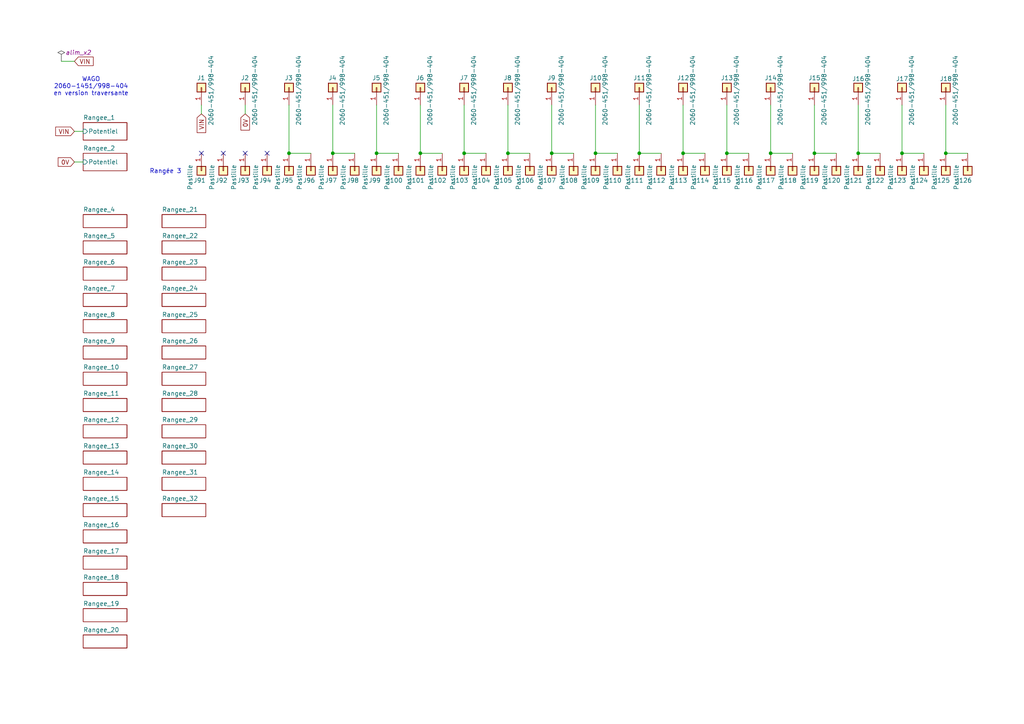
<source format=kicad_sch>
(kicad_sch (version 20250114) (generator "eeschema") (generator_version "9.0")
  (paper "A4")
  (title_block (title "Basine") (date "2024-12-14") (rev "0"))
  (lib_symbols
    (symbol "Connector_Generic:Conn_01x01" (pin_names (offset 1.016) (hide yes))
      (property "Reference" "J" (at 0 2.54 0))
      (property "Value" "Conn_01x01" (at 0 -2.54 0))
      (symbol "Conn_01x01_1_1"
        (rectangle (start -1.27 1.27) (end 1.27 -1.27) (stroke (width 0.254)) (fill (type background)))
        (rectangle (start -1.27 0.127) (end 0 -0.127) (stroke (width 0.1524)))
        (pin passive line (at -5.08 0 0) (length 3.81) (name "Pin_1") (number "1"))
      )
    )
  )
  (text "WAGO\n2060-1451/998-404\nen version traversante" (at 26.416 25.146 0) (effects (font (size 1.27 1.27))))
  (text "Rangée 3" (at 48.006 49.784 0) (effects (font (size 1.27 1.27))))
  (junction (at 236.22 44.45))
  (junction (at 198.12 44.45))
  (junction (at 210.82 44.45))
  (junction (at 223.52 44.45))
  (junction (at 160.02 44.45))
  (junction (at 96.52 44.45))
  (junction (at 134.62 44.45))
  (junction (at 121.92 44.45))
  (junction (at 147.32 44.45))
  (junction (at 248.92 44.45))
  (junction (at 83.82 44.45))
  (junction (at 172.72 44.45))
  (junction (at 261.62 44.45))
  (junction (at 185.42 44.45))
  (junction (at 274.32 44.45))
  (junction (at 109.22 44.45))
  (no_connect (at 71.12 44.45))
  (no_connect (at 77.47 44.45))
  (no_connect (at 64.77 44.45))
  (no_connect (at 58.42 44.45))
  (wire (pts (xy 223.52 30.48) (xy 223.52 44.45)))
  (wire (pts (xy 109.22 44.45) (xy 115.57 44.45)))
  (wire (pts (xy 134.62 44.45) (xy 140.97 44.45)))
  (wire (pts (xy 96.52 44.45) (xy 102.87 44.45)))
  (wire (pts (xy 198.12 44.45) (xy 204.47 44.45)))
  (wire (pts (xy 21.59 38.1) (xy 24.13 38.1)))
  (wire (pts (xy 223.52 44.45) (xy 229.87 44.45)))
  (wire (pts (xy 210.82 44.45) (xy 217.17 44.45)))
  (wire (pts (xy 261.62 44.45) (xy 267.97 44.45)))
  (wire (pts (xy 83.82 30.48) (xy 83.82 44.45)))
  (wire (pts (xy 109.22 30.48) (xy 109.22 44.45)))
  (wire (pts (xy 274.32 30.48) (xy 274.32 44.45)))
  (wire (pts (xy 236.22 30.48) (xy 236.22 44.45)))
  (wire (pts (xy 17.78 17.78) (xy 21.59 17.78)))
  (wire (pts (xy 83.82 44.45) (xy 90.17 44.45)))
  (wire (pts (xy 160.02 44.45) (xy 166.37 44.45)))
  (wire (pts (xy 160.02 30.48) (xy 160.02 44.45)))
  (wire (pts (xy 121.92 30.48) (xy 121.92 44.45)))
  (wire (pts (xy 71.12 30.48) (xy 71.12 33.02)))
  (wire (pts (xy 121.92 44.45) (xy 128.27 44.45)))
  (wire (pts (xy 147.32 44.45) (xy 153.67 44.45)))
  (wire (pts (xy 172.72 30.48) (xy 172.72 44.45)))
  (wire (pts (xy 96.52 30.48) (xy 96.52 44.45)))
  (wire (pts (xy 185.42 30.48) (xy 185.42 44.45)))
  (wire (pts (xy 236.22 44.45) (xy 242.57 44.45)))
  (wire (pts (xy 134.62 30.48) (xy 134.62 44.45)))
  (wire (pts (xy 248.92 44.45) (xy 255.27 44.45)))
  (wire (pts (xy 21.59 46.99) (xy 24.13 46.99)))
  (wire (pts (xy 248.92 30.48) (xy 248.92 44.45)))
  (wire (pts (xy 172.72 44.45) (xy 179.07 44.45)))
  (wire (pts (xy 58.42 30.48) (xy 58.42 33.02)))
  (wire (pts (xy 185.42 44.45) (xy 191.77 44.45)))
  (wire (pts (xy 147.32 30.48) (xy 147.32 44.45)))
  (wire (pts (xy 274.32 44.45) (xy 280.67 44.45)))
  (wire (pts (xy 261.62 30.48) (xy 261.62 44.45)))
  (wire (pts (xy 210.82 30.48) (xy 210.82 44.45)))
  (wire (pts (xy 198.12 30.48) (xy 198.12 44.45)))
  (global_label "VIN" (shape input) (at 21.59 17.78 0) (property "Intersheetrefs" "${INTERSHEET_REFS}" (effects (hide yes))))
  (global_label "VIN" (shape input) (at 58.42 33.02 270) (property "Intersheetrefs" "${INTERSHEET_REFS}" (effects (hide yes))))
  (global_label "0V" (shape input) (at 71.12 33.02 270) (property "Intersheetrefs" "${INTERSHEET_REFS}" (effects (hide yes))))
  (global_label "0V" (shape input) (at 21.59 46.99 180) (property "Intersheetrefs" "${INTERSHEET_REFS}" (effects (hide yes))))
  (global_label "VIN" (shape input) (at 21.59 38.1 180) (property "Intersheetrefs" "${INTERSHEET_REFS}" (effects (hide yes))))
  (netclass_flag "" (length 2.54) (shape diamond) (at 17.78 17.78 0) (property "Netclass" "alim_x2" (at 18.9865 15.24 0) (effects (font (italic yes)) (justify left))))
  (symbol (lib_id "Connector_Generic:Conn_01x01") (at 223.52 49.53 270) (unit 1) (in_bom no)
    (property "Reference" "J117" (at 224.79 52.324 90) (effects (justify right)))
    (property "Value" "Pastille" (at 220.218 55.118 0) (effects (justify right)))
    (property "Footprint" "Chimere_comps:Pastille_carree" (effects (hide yes)))
  )
  (symbol (lib_id "Connector_Generic:Conn_01x01") (at 223.52 25.4 90) (unit 1) (in_bom no)
    (property "Reference" "J14" (at 221.742 22.606 90) (effects (justify right)))
    (property "Value" "2060-451/998-404" (at 226.314 16.002 0) (effects (justify right)))
    (property "Footprint" "Chimere_comps:CONN_2060-1451_998-404_WAGO" (effects (hide yes)))
  )
  (symbol (lib_id "Connector_Generic:Conn_01x01") (at 83.82 25.4 90) (unit 1) (in_bom no)
    (property "Reference" "J3" (at 82.55 22.606 90) (effects (justify right)))
    (property "Value" "2060-451/998-404" (at 86.614 16.002 0) (effects (justify right)))
    (property "Footprint" "Chimere_comps:CONN_2060-1451_998-404_WAGO" (effects (hide yes)))
  )
  (symbol (lib_id "Connector_Generic:Conn_01x01") (at 58.42 49.53 270) (unit 1) (in_bom no)
    (property "Reference" "J91" (at 59.69 52.324 90) (effects (justify right)))
    (property "Value" "Pastille" (at 55.118 55.118 0) (effects (justify right)))
    (property "Footprint" "Chimere_comps:Pastille_carree" (effects (hide yes)))
  )
  (symbol (lib_id "Connector_Generic:Conn_01x01") (at 261.62 25.4 90) (unit 1) (in_bom no)
    (property "Reference" "J17" (at 259.842 22.86 90) (effects (justify right)))
    (property "Value" "2060-451/998-404" (at 264.414 16.002 0) (effects (justify right)))
    (property "Footprint" "Chimere_comps:CONN_2060-1451_998-404_WAGO" (effects (hide yes)))
  )
  (symbol (lib_id "Connector_Generic:Conn_01x01") (at 191.77 49.53 270) (unit 1) (in_bom no)
    (property "Reference" "J112" (at 193.04 52.324 90) (effects (justify right)))
    (property "Value" "Pastille" (at 188.468 55.118 0) (effects (justify right)))
    (property "Footprint" "Chimere_comps:Pastille_carree" (effects (hide yes)))
  )
  (symbol (lib_id "Connector_Generic:Conn_01x01") (at 83.82 49.53 270) (unit 1) (in_bom no)
    (property "Reference" "J95" (at 85.09 52.324 90) (effects (justify right)))
    (property "Value" "Pastille" (at 80.518 55.118 0) (effects (justify right)))
    (property "Footprint" "Chimere_comps:Pastille_carree" (effects (hide yes)))
  )
  (symbol (lib_id "Connector_Generic:Conn_01x01") (at 274.32 49.53 270) (unit 1) (in_bom no)
    (property "Reference" "J125" (at 275.59 52.324 90) (effects (justify right)))
    (property "Value" "Pastille" (at 271.018 55.118 0) (effects (justify right)))
    (property "Footprint" "Chimere_comps:Pastille_carree" (effects (hide yes)))
  )
  (symbol (lib_id "Connector_Generic:Conn_01x01") (at 274.32 25.4 90) (unit 1) (in_bom no)
    (property "Reference" "J18" (at 272.542 22.86 90) (effects (justify right)))
    (property "Value" "2060-451/998-404" (at 277.114 16.002 0) (effects (justify right)))
    (property "Footprint" "Chimere_comps:CONN_2060-1451_998-404_WAGO" (effects (hide yes)))
  )
  (symbol (lib_id "Connector_Generic:Conn_01x01") (at 147.32 49.53 270) (unit 1) (in_bom no)
    (property "Reference" "J105" (at 148.59 52.324 90) (effects (justify right)))
    (property "Value" "Pastille" (at 144.018 55.118 0) (effects (justify right)))
    (property "Footprint" "Chimere_comps:Pastille_carree" (effects (hide yes)))
  )
  (symbol (lib_id "Connector_Generic:Conn_01x01") (at 58.42 25.4 90) (unit 1) (in_bom no)
    (property "Reference" "J1" (at 57.15 22.606 90) (effects (justify right)))
    (property "Value" "2060-451/998-404" (at 61.214 16.002 0) (effects (justify right)))
    (property "Footprint" "Chimere_comps:Conn_bornier_et_wago" (effects (hide yes)))
  )
  (symbol (lib_id "Connector_Generic:Conn_01x01") (at 179.07 49.53 270) (unit 1) (in_bom no)
    (property "Reference" "J110" (at 180.34 52.324 90) (effects (justify right)))
    (property "Value" "Pastille" (at 175.768 55.118 0) (effects (justify right)))
    (property "Footprint" "Chimere_comps:Pastille_carree" (effects (hide yes)))
  )
  (symbol (lib_id "Connector_Generic:Conn_01x01") (at 267.97 49.53 270) (unit 1) (in_bom no)
    (property "Reference" "J124" (at 269.24 52.324 90) (effects (justify right)))
    (property "Value" "Pastille" (at 264.668 55.118 0) (effects (justify right)))
    (property "Footprint" "Chimere_comps:Pastille_carree" (effects (hide yes)))
  )
  (symbol (lib_id "Connector_Generic:Conn_01x01") (at 102.87 49.53 270) (unit 1) (in_bom no)
    (property "Reference" "J98" (at 104.14 52.324 90) (effects (justify right)))
    (property "Value" "Pastille" (at 99.568 55.118 0) (effects (justify right)))
    (property "Footprint" "Chimere_comps:Pastille_carree" (effects (hide yes)))
  )
  (symbol (lib_id "Connector_Generic:Conn_01x01") (at 185.42 25.4 90) (unit 1) (in_bom no)
    (property "Reference" "J11" (at 183.642 22.606 90) (effects (justify right)))
    (property "Value" "2060-451/998-404" (at 188.214 16.002 0) (effects (justify right)))
    (property "Footprint" "Chimere_comps:CONN_2060-1451_998-404_WAGO" (effects (hide yes)))
  )
  (symbol (lib_id "Connector_Generic:Conn_01x01") (at 71.12 49.53 270) (unit 1) (in_bom no)
    (property "Reference" "J93" (at 72.39 52.324 90) (effects (justify right)))
    (property "Value" "Pastille" (at 67.818 55.118 0) (effects (justify right)))
    (property "Footprint" "Chimere_comps:Pastille_carree" (effects (hide yes)))
  )
  (symbol (lib_id "Connector_Generic:Conn_01x01") (at 96.52 25.4 90) (unit 1) (in_bom no)
    (property "Reference" "J4" (at 95.25 22.606 90) (effects (justify right)))
    (property "Value" "2060-451/998-404" (at 99.314 16.002 0) (effects (justify right)))
    (property "Footprint" "Chimere_comps:CONN_2060-1451_998-404_WAGO" (effects (hide yes)))
  )
  (symbol (lib_id "Connector_Generic:Conn_01x01") (at 172.72 25.4 90) (unit 1) (in_bom no)
    (property "Reference" "J10" (at 170.942 22.606 90) (effects (justify right)))
    (property "Value" "2060-451/998-404" (at 175.514 16.002 0) (effects (justify right)))
    (property "Footprint" "Chimere_comps:CONN_2060-1451_998-404_WAGO" (effects (hide yes)))
  )
  (symbol (lib_id "Connector_Generic:Conn_01x01") (at 248.92 25.4 90) (unit 1) (in_bom no)
    (property "Reference" "J16" (at 247.142 22.86 90) (effects (justify right)))
    (property "Value" "2060-451/998-404" (at 251.714 16.002 0) (effects (justify right)))
    (property "Footprint" "Chimere_comps:CONN_2060-1451_998-404_WAGO" (effects (hide yes)))
  )
  (symbol (lib_id "Connector_Generic:Conn_01x01") (at 261.62 49.53 270) (unit 1) (in_bom no)
    (property "Reference" "J123" (at 262.89 52.324 90) (effects (justify right)))
    (property "Value" "Pastille" (at 258.318 55.118 0) (effects (justify right)))
    (property "Footprint" "Chimere_comps:Pastille_carree" (effects (hide yes)))
  )
  (symbol (lib_id "Connector_Generic:Conn_01x01") (at 153.67 49.53 270) (unit 1) (in_bom no)
    (property "Reference" "J106" (at 154.94 52.324 90) (effects (justify right)))
    (property "Value" "Pastille" (at 150.368 55.118 0) (effects (justify right)))
    (property "Footprint" "Chimere_comps:Pastille_carree" (effects (hide yes)))
  )
  (symbol (lib_id "Connector_Generic:Conn_01x01") (at 134.62 25.4 90) (unit 1) (in_bom no)
    (property "Reference" "J7" (at 133.35 22.606 90) (effects (justify right)))
    (property "Value" "2060-451/998-404" (at 137.414 16.002 0) (effects (justify right)))
    (property "Footprint" "Chimere_comps:CONN_2060-1451_998-404_WAGO" (effects (hide yes)))
  )
  (symbol (lib_id "Connector_Generic:Conn_01x01") (at 210.82 25.4 90) (unit 1) (in_bom no)
    (property "Reference" "J13" (at 209.042 22.606 90) (effects (justify right)))
    (property "Value" "2060-451/998-404" (at 213.614 16.002 0) (effects (justify right)))
    (property "Footprint" "Chimere_comps:CONN_2060-1451_998-404_WAGO" (effects (hide yes)))
  )
  (symbol (lib_id "Connector_Generic:Conn_01x01") (at 229.87 49.53 270) (unit 1) (in_bom no)
    (property "Reference" "J118" (at 231.14 52.324 90) (effects (justify right)))
    (property "Value" "Pastille" (at 226.568 55.118 0) (effects (justify right)))
    (property "Footprint" "Chimere_comps:Pastille_carree" (effects (hide yes)))
  )
  (symbol (lib_id "Connector_Generic:Conn_01x01") (at 64.77 49.53 270) (unit 1) (in_bom no)
    (property "Reference" "J92" (at 66.04 52.324 90) (effects (justify right)))
    (property "Value" "Pastille" (at 61.468 55.118 0) (effects (justify right)))
    (property "Footprint" "Chimere_comps:Pastille_carree" (effects (hide yes)))
  )
  (symbol (lib_id "Connector_Generic:Conn_01x01") (at 160.02 25.4 90) (unit 1) (in_bom no)
    (property "Reference" "J9" (at 158.75 22.606 90) (effects (justify right)))
    (property "Value" "2060-451/998-404" (at 162.814 16.002 0) (effects (justify right)))
    (property "Footprint" "Chimere_comps:CONN_2060-1451_998-404_WAGO" (effects (hide yes)))
  )
  (symbol (lib_id "Connector_Generic:Conn_01x01") (at 121.92 49.53 270) (unit 1) (in_bom no)
    (property "Reference" "J101" (at 123.19 52.324 90) (effects (justify right)))
    (property "Value" "Pastille" (at 118.618 55.118 0) (effects (justify right)))
    (property "Footprint" "Chimere_comps:Pastille_carree" (effects (hide yes)))
  )
  (symbol (lib_id "Connector_Generic:Conn_01x01") (at 198.12 49.53 270) (unit 1) (in_bom no)
    (property "Reference" "J113" (at 199.39 52.324 90) (effects (justify right)))
    (property "Value" "Pastille" (at 194.818 55.118 0) (effects (justify right)))
    (property "Footprint" "Chimere_comps:Pastille_carree" (effects (hide yes)))
  )
  (symbol (lib_id "Connector_Generic:Conn_01x01") (at 217.17 49.53 270) (unit 1) (in_bom no)
    (property "Reference" "J116" (at 218.44 52.324 90) (effects (justify right)))
    (property "Value" "Pastille" (at 213.868 55.118 0) (effects (justify right)))
    (property "Footprint" "Chimere_comps:Pastille_carree" (effects (hide yes)))
  )
  (symbol (lib_id "Connector_Generic:Conn_01x01") (at 166.37 49.53 270) (unit 1) (in_bom no)
    (property "Reference" "J108" (at 167.64 52.324 90) (effects (justify right)))
    (property "Value" "Pastille" (at 163.068 55.118 0) (effects (justify right)))
    (property "Footprint" "Chimere_comps:Pastille_carree" (effects (hide yes)))
  )
  (symbol (lib_id "Connector_Generic:Conn_01x01") (at 115.57 49.53 270) (unit 1) (in_bom no)
    (property "Reference" "J100" (at 116.84 52.324 90) (effects (justify right)))
    (property "Value" "Pastille" (at 112.268 55.118 0) (effects (justify right)))
    (property "Footprint" "Chimere_comps:Pastille_carree" (effects (hide yes)))
  )
  (symbol (lib_id "Connector_Generic:Conn_01x01") (at 255.27 49.53 270) (unit 1) (in_bom no)
    (property "Reference" "J122" (at 256.54 52.324 90) (effects (justify right)))
    (property "Value" "Pastille" (at 251.968 55.118 0) (effects (justify right)))
    (property "Footprint" "Chimere_comps:Pastille_carree" (effects (hide yes)))
  )
  (symbol (lib_id "Connector_Generic:Conn_01x01") (at 160.02 49.53 270) (unit 1) (in_bom no)
    (property "Reference" "J107" (at 161.29 52.324 90) (effects (justify right)))
    (property "Value" "Pastille" (at 156.718 55.118 0) (effects (justify right)))
    (property "Footprint" "Chimere_comps:Pastille_carree" (effects (hide yes)))
  )
  (symbol (lib_id "Connector_Generic:Conn_01x01") (at 90.17 49.53 270) (unit 1) (in_bom no)
    (property "Reference" "J96" (at 91.44 52.324 90) (effects (justify right)))
    (property "Value" "Pastille" (at 86.868 55.118 0) (effects (justify right)))
    (property "Footprint" "Chimere_comps:Pastille_carree" (effects (hide yes)))
  )
  (symbol (lib_id "Connector_Generic:Conn_01x01") (at 77.47 49.53 270) (unit 1) (in_bom no)
    (property "Reference" "J94" (at 78.74 52.324 90) (effects (justify right)))
    (property "Value" "Pastille" (at 74.168 55.118 0) (effects (justify right)))
    (property "Footprint" "Chimere_comps:Pastille_carree" (effects (hide yes)))
  )
  (symbol (lib_id "Connector_Generic:Conn_01x01") (at 210.82 49.53 270) (unit 1) (in_bom no)
    (property "Reference" "J115" (at 212.09 52.324 90) (effects (justify right)))
    (property "Value" "Pastille" (at 207.518 55.118 0) (effects (justify right)))
    (property "Footprint" "Chimere_comps:Pastille_carree" (effects (hide yes)))
  )
  (symbol (lib_id "Connector_Generic:Conn_01x01") (at 242.57 49.53 270) (unit 1) (in_bom no)
    (property "Reference" "J120" (at 243.84 52.324 90) (effects (justify right)))
    (property "Value" "Pastille" (at 239.268 55.118 0) (effects (justify right)))
    (property "Footprint" "Chimere_comps:Pastille_carree" (effects (hide yes)))
  )
  (symbol (lib_id "Connector_Generic:Conn_01x01") (at 198.12 25.4 90) (unit 1) (in_bom no)
    (property "Reference" "J12" (at 196.342 22.606 90) (effects (justify right)))
    (property "Value" "2060-451/998-404" (at 200.914 16.002 0) (effects (justify right)))
    (property "Footprint" "Chimere_comps:CONN_2060-1451_998-404_WAGO" (effects (hide yes)))
  )
  (symbol (lib_id "Connector_Generic:Conn_01x01") (at 134.62 49.53 270) (unit 1) (in_bom no)
    (property "Reference" "J103" (at 135.89 52.324 90) (effects (justify right)))
    (property "Value" "Pastille" (at 131.318 55.118 0) (effects (justify right)))
    (property "Footprint" "Chimere_comps:Pastille_carree" (effects (hide yes)))
  )
  (symbol (lib_id "Connector_Generic:Conn_01x01") (at 280.67 49.53 270) (unit 1) (in_bom no)
    (property "Reference" "J126" (at 281.94 52.324 90) (effects (justify right)))
    (property "Value" "Pastille" (at 277.368 55.118 0) (effects (justify right)))
    (property "Footprint" "Chimere_comps:Pastille_carree" (effects (hide yes)))
  )
  (symbol (lib_id "Connector_Generic:Conn_01x01") (at 109.22 49.53 270) (unit 1) (in_bom no)
    (property "Reference" "J99" (at 110.49 52.324 90) (effects (justify right)))
    (property "Value" "Pastille" (at 105.918 55.118 0) (effects (justify right)))
    (property "Footprint" "Chimere_comps:Pastille_carree" (effects (hide yes)))
  )
  (symbol (lib_id "Connector_Generic:Conn_01x01") (at 204.47 49.53 270) (unit 1) (in_bom no)
    (property "Reference" "J114" (at 205.74 52.324 90) (effects (justify right)))
    (property "Value" "Pastille" (at 201.168 55.118 0) (effects (justify right)))
    (property "Footprint" "Chimere_comps:Pastille_carree" (effects (hide yes)))
  )
  (symbol (lib_id "Connector_Generic:Conn_01x01") (at 147.32 25.4 90) (unit 1) (in_bom no)
    (property "Reference" "J8" (at 146.05 22.606 90) (effects (justify right)))
    (property "Value" "2060-451/998-404" (at 150.114 16.002 0) (effects (justify right)))
    (property "Footprint" "Chimere_comps:CONN_2060-1451_998-404_WAGO" (effects (hide yes)))
  )
  (symbol (lib_id "Connector_Generic:Conn_01x01") (at 128.27 49.53 270) (unit 1) (in_bom no)
    (property "Reference" "J102" (at 129.54 52.324 90) (effects (justify right)))
    (property "Value" "Pastille" (at 124.968 55.118 0) (effects (justify right)))
    (property "Footprint" "Chimere_comps:Pastille_carree" (effects (hide yes)))
  )
  (symbol (lib_id "Connector_Generic:Conn_01x01") (at 236.22 49.53 270) (unit 1) (in_bom no)
    (property "Reference" "J119" (at 237.49 52.324 90) (effects (justify right)))
    (property "Value" "Pastille" (at 232.918 55.118 0) (effects (justify right)))
    (property "Footprint" "Chimere_comps:Pastille_carree" (effects (hide yes)))
  )
  (symbol (lib_id "Connector_Generic:Conn_01x01") (at 140.97 49.53 270) (unit 1) (in_bom no)
    (property "Reference" "J104" (at 142.24 52.324 90) (effects (justify right)))
    (property "Value" "Pastille" (at 137.668 55.118 0) (effects (justify right)))
    (property "Footprint" "Chimere_comps:Pastille_carree" (effects (hide yes)))
  )
  (symbol (lib_id "Connector_Generic:Conn_01x01") (at 185.42 49.53 270) (unit 1) (in_bom no)
    (property "Reference" "J111" (at 186.69 52.324 90) (effects (justify right)))
    (property "Value" "Pastille" (at 182.118 55.118 0) (effects (justify right)))
    (property "Footprint" "Chimere_comps:Pastille_carree" (effects (hide yes)))
  )
  (symbol (lib_id "Connector_Generic:Conn_01x01") (at 172.72 49.53 270) (unit 1) (in_bom no)
    (property "Reference" "J109" (at 173.99 52.324 90) (effects (justify right)))
    (property "Value" "Pastille" (at 169.418 55.118 0) (effects (justify right)))
    (property "Footprint" "Chimere_comps:Pastille_carree" (effects (hide yes)))
  )
  (symbol (lib_id "Connector_Generic:Conn_01x01") (at 109.22 25.4 90) (unit 1) (in_bom no)
    (property "Reference" "J5" (at 107.95 22.606 90) (effects (justify right)))
    (property "Value" "2060-451/998-404" (at 112.014 16.002 0) (effects (justify right)))
    (property "Footprint" "Chimere_comps:CONN_2060-1451_998-404_WAGO" (effects (hide yes)))
  )
  (symbol (lib_id "Connector_Generic:Conn_01x01") (at 121.92 25.4 90) (unit 1) (in_bom no)
    (property "Reference" "J6" (at 120.65 22.606 90) (effects (justify right)))
    (property "Value" "2060-451/998-404" (at 124.714 16.002 0) (effects (justify right)))
    (property "Footprint" "Chimere_comps:CONN_2060-1451_998-404_WAGO" (effects (hide yes)))
  )
  (symbol (lib_id "Connector_Generic:Conn_01x01") (at 71.12 25.4 90) (unit 1) (in_bom no)
    (property "Reference" "J2" (at 69.85 22.606 90) (effects (justify right)))
    (property "Value" "2060-451/998-404" (at 73.914 16.002 0) (effects (justify right)))
    (property "Footprint" "Chimere_comps:CONN_2060-1451_998-404_WAGO" (effects (hide yes)))
  )
  (symbol (lib_id "Connector_Generic:Conn_01x01") (at 236.22 25.4 90) (unit 1) (in_bom no)
    (property "Reference" "J15" (at 234.442 22.606 90) (effects (justify right)))
    (property "Value" "2060-451/998-404" (at 239.014 16.002 0) (effects (justify right)))
    (property "Footprint" "Chimere_comps:CONN_2060-1451_998-404_WAGO" (effects (hide yes)))
  )
  (symbol (lib_id "Connector_Generic:Conn_01x01") (at 96.52 49.53 270) (unit 1) (in_bom no)
    (property "Reference" "J97" (at 97.79 52.324 90) (effects (justify right)))
    (property "Value" "Pastille" (at 93.218 55.118 0) (effects (justify right)))
    (property "Footprint" "Chimere_comps:Pastille_carree" (effects (hide yes)))
  )
  (symbol (lib_id "Connector_Generic:Conn_01x01") (at 248.92 49.53 270) (unit 1) (in_bom no)
    (property "Reference" "J121" (at 250.19 52.324 90) (effects (justify right)))
    (property "Value" "Pastille" (at 245.618 55.118 0) (effects (justify right)))
    (property "Footprint" "Chimere_comps:Pastille_carree" (effects (hide yes)))
  )
  (sheet (at 24.13 35.56) (size 12.7 5.08) (stroke (width 0.1524))
    (property "Sheetname" "Rangee_1" (at 24.13 34.8484 0) (effects (justify left bottom)))
    (property "Sheetfile" "s_Rangee_1.kicad_sch" (effects (hide yes)))
    (pin "Potentiel" input (at 24.13 38.1 180))
  )
  (sheet (at 46.99 123.19) (size 12.7 3.81) (stroke (width 0.1524))
    (property "Sheetname" "Rangee_29" (at 46.99 122.4784 0) (effects (justify left bottom)))
    (property "Sheetfile" "s_Rangee_4.kicad_sch" (effects (hide yes)))
  )
  (sheet (at 46.99 100.33) (size 12.7 3.81) (stroke (width 0.1524))
    (property "Sheetname" "Rangee_26" (at 46.99 99.6184 0) (effects (justify left bottom)))
    (property "Sheetfile" "s_Rangee_4.kicad_sch" (effects (hide yes)))
  )
  (sheet (at 46.99 62.23) (size 12.7 3.81) (stroke (width 0.1524))
    (property "Sheetname" "Rangee_21" (at 46.99 61.5184 0) (effects (justify left bottom)))
    (property "Sheetfile" "s_Rangee_4.kicad_sch" (effects (hide yes)))
  )
  (sheet (at 24.13 123.19) (size 12.7 3.81) (stroke (width 0.1524))
    (property "Sheetname" "Rangee_12" (at 24.13 122.4784 0) (effects (justify left bottom)))
    (property "Sheetfile" "s_Rangee_4.kicad_sch" (effects (hide yes)))
  )
  (sheet (at 24.13 161.29) (size 12.7 3.81) (stroke (width 0.1524))
    (property "Sheetname" "Rangee_17" (at 24.13 160.5784 0) (effects (justify left bottom)))
    (property "Sheetfile" "s_Rangee_4.kicad_sch" (effects (hide yes)))
  )
  (sheet (at 24.13 44.45) (size 12.7 5.08) (stroke (width 0.1524))
    (property "Sheetname" "Rangee_2" (at 24.13 43.7384 0) (effects (justify left bottom)))
    (property "Sheetfile" "s_Rangee_1.kicad_sch" (effects (hide yes)))
    (pin "Potentiel" input (at 24.13 46.99 180))
  )
  (sheet (at 46.99 115.57) (size 12.7 3.81) (stroke (width 0.1524))
    (property "Sheetname" "Rangee_28" (at 46.99 114.8584 0) (effects (justify left bottom)))
    (property "Sheetfile" "s_Rangee_4.kicad_sch" (effects (hide yes)))
  )
  (sheet (at 24.13 77.47) (size 12.7 3.81) (stroke (width 0.1524))
    (property "Sheetname" "Rangee_6" (at 24.13 76.7584 0) (effects (justify left bottom)))
    (property "Sheetfile" "s_Rangee_4.kicad_sch" (effects (hide yes)))
  )
  (sheet (at 24.13 107.95) (size 12.7 3.81) (stroke (width 0.1524))
    (property "Sheetname" "Rangee_10" (at 24.13 107.2384 0) (effects (justify left bottom)))
    (property "Sheetfile" "s_Rangee_4.kicad_sch" (effects (hide yes)))
  )
  (sheet (at 24.13 100.33) (size 12.7 3.81) (stroke (width 0.1524))
    (property "Sheetname" "Rangee_9" (at 24.13 99.6184 0) (effects (justify left bottom)))
    (property "Sheetfile" "s_Rangee_4.kicad_sch" (effects (hide yes)))
  )
  (sheet (at 24.13 69.85) (size 12.7 3.81) (stroke (width 0.1524))
    (property "Sheetname" "Rangee_5" (at 24.13 69.1384 0) (effects (justify left bottom)))
    (property "Sheetfile" "s_Rangee_4.kicad_sch" (effects (hide yes)))
  )
  (sheet (at 46.99 85.09) (size 12.7 3.81) (stroke (width 0.1524))
    (property "Sheetname" "Rangee_24" (at 46.99 84.3784 0) (effects (justify left bottom)))
    (property "Sheetfile" "s_Rangee_4.kicad_sch" (effects (hide yes)))
  )
  (sheet (at 46.99 138.43) (size 12.7 3.81) (stroke (width 0.1524))
    (property "Sheetname" "Rangee_31" (at 46.99 137.7184 0) (effects (justify left bottom)))
    (property "Sheetfile" "s_Rangee_4.kicad_sch" (effects (hide yes)))
  )
  (sheet (at 24.13 115.57) (size 12.7 3.81) (stroke (width 0.1524))
    (property "Sheetname" "Rangee_11" (at 24.13 114.8584 0) (effects (justify left bottom)))
    (property "Sheetfile" "s_Rangee_4.kicad_sch" (effects (hide yes)))
  )
  (sheet (at 24.13 146.05) (size 12.7 3.81) (stroke (width 0.1524))
    (property "Sheetname" "Rangee_15" (at 24.13 145.3384 0) (effects (justify left bottom)))
    (property "Sheetfile" "s_Rangee_4.kicad_sch" (effects (hide yes)))
  )
  (sheet (at 24.13 184.15) (size 12.7 3.81) (stroke (width 0.1524))
    (property "Sheetname" "Rangee_20" (at 24.13 183.4384 0) (effects (justify left bottom)))
    (property "Sheetfile" "s_Rangee_4.kicad_sch" (effects (hide yes)))
  )
  (sheet (at 24.13 62.23) (size 12.7 3.81) (stroke (width 0.1524))
    (property "Sheetname" "Rangee_4" (at 24.13 61.5184 0) (effects (justify left bottom)))
    (property "Sheetfile" "s_Rangee_4.kicad_sch" (effects (hide yes)))
  )
  (sheet (at 46.99 130.81) (size 12.7 3.81) (stroke (width 0.1524))
    (property "Sheetname" "Rangee_30" (at 46.99 130.0984 0) (effects (justify left bottom)))
    (property "Sheetfile" "s_Rangee_4.kicad_sch" (effects (hide yes)))
  )
  (sheet (at 46.99 107.95) (size 12.7 3.81) (stroke (width 0.1524))
    (property "Sheetname" "Rangee_27" (at 46.99 107.2384 0) (effects (justify left bottom)))
    (property "Sheetfile" "s_Rangee_4.kicad_sch" (effects (hide yes)))
  )
  (sheet (at 24.13 85.09) (size 12.7 3.81) (stroke (width 0.1524))
    (property "Sheetname" "Rangee_7" (at 24.13 84.3784 0) (effects (justify left bottom)))
    (property "Sheetfile" "s_Rangee_4.kicad_sch" (effects (hide yes)))
  )
  (sheet (at 24.13 130.81) (size 12.7 3.81) (stroke (width 0.1524))
    (property "Sheetname" "Rangee_13" (at 24.13 130.0984 0) (effects (justify left bottom)))
    (property "Sheetfile" "s_Rangee_4.kicad_sch" (effects (hide yes)))
  )
  (sheet (at 24.13 153.67) (size 12.7 3.81) (stroke (width 0.1524))
    (property "Sheetname" "Rangee_16" (at 24.13 152.9584 0) (effects (justify left bottom)))
    (property "Sheetfile" "s_Rangee_4.kicad_sch" (effects (hide yes)))
  )
  (sheet (at 46.99 69.85) (size 12.7 3.81) (stroke (width 0.1524))
    (property "Sheetname" "Rangee_22" (at 46.99 69.1384 0) (effects (justify left bottom)))
    (property "Sheetfile" "s_Rangee_4.kicad_sch" (effects (hide yes)))
  )
  (sheet (at 24.13 168.91) (size 12.7 3.81) (stroke (width 0.1524))
    (property "Sheetname" "Rangee_18" (at 24.13 168.1984 0) (effects (justify left bottom)))
    (property "Sheetfile" "s_Rangee_4.kicad_sch" (effects (hide yes)))
  )
  (sheet (at 46.99 92.71) (size 12.7 3.81) (stroke (width 0.1524))
    (property "Sheetname" "Rangee_25" (at 46.99 91.9984 0) (effects (justify left bottom)))
    (property "Sheetfile" "s_Rangee_4.kicad_sch" (effects (hide yes)))
  )
  (sheet (at 46.99 77.47) (size 12.7 3.81) (stroke (width 0.1524))
    (property "Sheetname" "Rangee_23" (at 46.99 76.7584 0) (effects (justify left bottom)))
    (property "Sheetfile" "s_Rangee_4.kicad_sch" (effects (hide yes)))
  )
  (sheet (at 24.13 92.71) (size 12.7 3.81) (stroke (width 0.1524))
    (property "Sheetname" "Rangee_8" (at 24.13 91.9984 0) (effects (justify left bottom)))
    (property "Sheetfile" "s_Rangee_4.kicad_sch" (effects (hide yes)))
  )
  (sheet (at 24.13 138.43) (size 12.7 3.81) (stroke (width 0.1524))
    (property "Sheetname" "Rangee_14" (at 24.13 137.7184 0) (effects (justify left bottom)))
    (property "Sheetfile" "s_Rangee_4.kicad_sch" (effects (hide yes)))
  )
  (sheet (at 24.13 176.53) (size 12.7 3.81) (stroke (width 0.1524))
    (property "Sheetname" "Rangee_19" (at 24.13 175.8184 0) (effects (justify left bottom)))
    (property "Sheetfile" "s_Rangee_4.kicad_sch" (effects (hide yes)))
  )
  (sheet (at 46.99 146.05) (size 12.7 3.81) (stroke (width 0.1524))
    (property "Sheetname" "Rangee_32" (at 46.99 145.3384 0) (effects (justify left bottom)))
    (property "Sheetfile" "s_Rangee_4.kicad_sch" (effects (hide yes)))
  )
)
</source>
